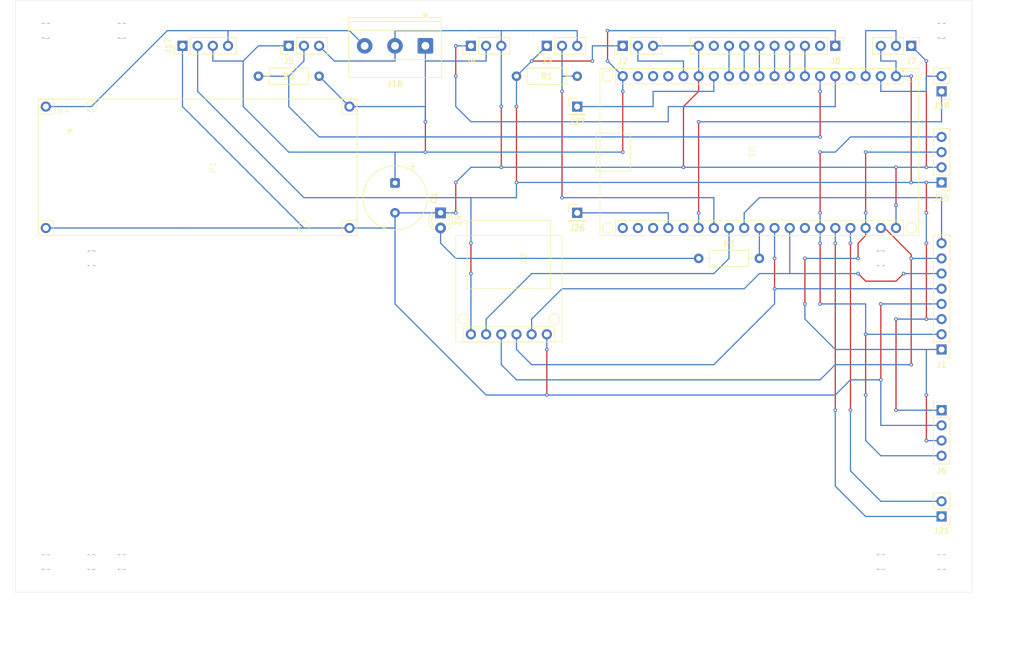
<source format=kicad_pcb>
(kicad_pcb (version 20241229) (generator "pcbnew") (generator_version "9.0")
  (title_block (title "Biodom Mini – Ein Hightech-Gewächshaus") (date "2025-10-17") (rev "1.0.0") (company "Frank Rohlfing"))
  (layers (0 "F.Cu" signal) (2 "B.Cu" signal) (13 "F.Paste" user) (15 "B.Paste" user) (5 "F.SilkS" user "F.Silkscreen") (7 "B.SilkS" user "B.Silkscreen") (1 "F.Mask" user) (3 "B.Mask" user) (25 "Edge.Cuts" user))
  (net 0 "")
  (net 1 "/G0")
  (net 2 "/G1")
  (net 4 "+5V")
  (net 7 "/EN")
  (net 13 "+12V")
  (net 14 "GND")
  (net 15 "/G36")
  (net 17 "/G3")
  (net 18 "/G17")
  (net 19 "/G23")
  (net 20 "/G22")
  (net 21 "/G18")
  (net 22 "/G21")
  (net 23 "/G19")
  (net 24 "/G25")
  (net 25 "/G14")
  (net 26 "/G32")
  (net 27 "/G27")
  (net 28 "/G33")
  (net 29 "/G26")
  (net 30 "/G4")
  (net 31 "/G34")
  (net 32 "/G35")
  (net 33 "/G16")
  (net 34 "/G13")
  (net 35 "/G5")
  (net 36 "/LED+")
  (net 39 "/G15")
  (net 40 "/G12")
  (net 41 "+3V3")
  (footprint "Resistor_THT:R_Axial_DIN0207_L6.3mm_D2.5mm_P10.16mm_Horizontal" (layer "F.Cu") (at 124.46 60.96 180)
    (property "Reference" "R2" (at 5.08 0 180) (layer "F.SilkS"))
    (property "Value" "10kΩ")
    (pad "1" thru_hole circle (at 0 0 180) (size 1.6 1.6) (drill 0.8) (layers "*.Cu" "*.Mask") (net 4 "+5V"))
    (pad "2" thru_hole circle (at 10.16 0 180) (size 1.6 1.6) (drill 0.8) (layers "*.Cu" "*.Mask") (net 32 "/G35"))
  )
  (footprint "" (layer "F.Cu") (at 218.44 142.24 90)
    (property "Reference" "" (at 0 0 90) (layer "F.SilkS") (effects (font (size 1.27 1.27))))
    (property "Value" "")
    (pad "" np_thru_hole roundrect (at 0 0 90) (size 2.54 1.27) (drill 3.2) (layers "*.Cu" "*.Mask") (roundrect_rratio 0.15))
  )
  (footprint "Connector_PinHeader_2.54mm:PinHeader_1x03_P2.54mm_Vertical" (layer "F.Cu") (at 149.86 55.88 90)
    (property "Reference" "J4" (at -2.54 0 0) (layer "F.SilkS"))
    (property "Value" "Bodenfeuchte")
    (pad "1" thru_hole rect (at 0 0 90) (size 1.7 1.7) (drill 1) (layers "*.Cu" "*.Mask") (net 31 "/G34"))
    (pad "2" thru_hole circle (at 0 2.54 90) (size 1.7 1.7) (drill 1) (layers "*.Cu" "*.Mask") (net 4 "+5V"))
    (pad "3" thru_hole circle (at 0 5.08 90) (size 1.7 1.7) (drill 1) (layers "*.Cu" "*.Mask") (net 14 "GND"))
  )
  (footprint "Connector_PinHeader_2.54mm:PinHeader_1x04_P2.54mm_Vertical" (layer "F.Cu") (at 101.6 55.88 90)
    (property "Reference" "J17" (at 0 -2.38 90) (layer "F.SilkS"))
    (property "Value" "PWR")
    (pad "1" thru_hole rect (at 0 0 90) (size 1.7 1.7) (drill 1) (layers "*.Cu" "*.Mask") (net 14 "GND"))
    (pad "2" thru_hole circle (at 0 2.54 90) (size 1.7 1.7) (drill 1) (layers "*.Cu" "*.Mask") (net 41 "+3V3"))
    (pad "3" thru_hole circle (at 0 5.08 90) (size 1.7 1.7) (drill 1) (layers "*.Cu" "*.Mask") (net 4 "+5V"))
    (pad "4" thru_hole circle (at 0 7.62 90) (size 1.7 1.7) (drill 1) (layers "*.Cu" "*.Mask") (net 13 "+12V"))
  )
  (footprint "Connector_PinHeader_2.54mm:PinHeader_1x02_P2.54mm_Vertical" (layer "F.Cu") (at 228.6 134.62 180)
    (property "Reference" "J21" (at 0 -2.38 0) (layer "F.SilkS"))
    (property "Value" "UART")
    (pad "1" thru_hole rect (at 0 0 180) (size 1.7 1.7) (drill 1) (layers "*.Cu" "*.Mask") (net 17 "/G3"))
    (pad "2" thru_hole circle (at 0 2.54 180) (size 1.7 1.7) (drill 1) (layers "*.Cu" "*.Mask") (net 2 "/G1"))
  )
  (footprint "Connector_PinHeader_2.54mm:PinHeader_1x02_P2.54mm_Vertical" (layer "F.Cu") (at 228.6 63.5 180)
    (property "Reference" "J18" (at 0 -2.38 0) (layer "F.SilkS"))
    (property "Value" "RST")
    (pad "1" thru_hole rect (at 0 0 180) (size 1.7 1.7) (drill 1) (layers "*.Cu" "*.Mask") (net 1 "/G0"))
    (pad "2" thru_hole circle (at 0 2.54 180) (size 1.7 1.7) (drill 1) (layers "*.Cu" "*.Mask") (net 7 "/EN"))
  )
  (footprint "Frank:ESP32_DevKitC_V2_Socket" (layer "F.Cu") (at 198.12 73.66 -90)
    (property "Reference" "U1" (at 0 1.27 270) (layer "F.SilkS") (effects (font (thickness 0.1))))
    (property "Value" "ESP32")
    (pad "1" thru_hole circle (at -12.7 -22.86 270) (size 1.7 1.7) (drill 1) (layers "*.Cu" "*.Mask") (net 41 "+3V3"))
    (pad "2" thru_hole circle (at -12.7 -20.32 270) (size 1.7 1.7) (drill 1) (layers "*.Cu" "*.Mask") (net 7 "/EN"))
    (pad "3" thru_hole circle (at -12.7 -17.78 270) (size 1.7 1.7) (drill 1) (layers "*.Cu" "*.Mask") (net 15 "/G36"))
    (pad "4" thru_hole circle (at -12.7 -15.24 270) (size 1.7 1.7) (drill 1) (layers "*.Cu" "*.Mask"))
    (pad "5" thru_hole circle (at -12.7 -12.7 270) (size 1.7 1.7) (drill 1) (layers "*.Cu" "*.Mask") (net 31 "/G34"))
    (pad "6" thru_hole circle (at -12.7 -10.16 270) (size 1.7 1.7) (drill 1) (layers "*.Cu" "*.Mask") (net 32 "/G35"))
    (pad "7" thru_hole circle (at -12.7 -7.62 270) (size 1.7 1.7) (drill 1) (layers "*.Cu" "*.Mask") (net 26 "/G32"))
    (pad "8" thru_hole circle (at -12.7 -5.08 270) (size 1.7 1.7) (drill 1) (layers "*.Cu" "*.Mask") (net 28 "/G33"))
    (pad "9" thru_hole circle (at -12.7 -2.54 270) (size 1.7 1.7) (drill 1) (layers "*.Cu" "*.Mask") (net 24 "/G25"))
    (pad "10" thru_hole circle (at -12.7 0 270) (size 1.7 1.7) (drill 1) (layers "*.Cu" "*.Mask") (net 29 "/G26"))
    (pad "11" thru_hole circle (at -12.7 2.54 270) (size 1.7 1.7) (drill 1) (layers "*.Cu" "*.Mask") (net 27 "/G27"))
    (pad "12" thru_hole circle (at -12.7 5.08 270) (size 1.7 1.7) (drill 1) (layers "*.Cu" "*.Mask") (net 25 "/G14"))
    (pad "13" thru_hole circle (at -12.7 7.62 270) (size 1.7 1.7) (drill 1) (layers "*.Cu" "*.Mask") (net 40 "/G12"))
    (pad "14" thru_hole circle (at -12.7 10.16 270) (size 1.7 1.7) (drill 1) (layers "*.Cu" "*.Mask") (net 14 "GND"))
    (pad "15" thru_hole circle (at -12.7 12.7 270) (size 1.7 1.7) (drill 1) (layers "*.Cu" "*.Mask") (net 34 "/G13"))
    (pad "16" thru_hole circle (at -12.7 15.24 270) (size 1.7 1.7) (drill 1) (layers "*.Cu" "*.Mask"))
    (pad "17" thru_hole circle (at -12.7 17.78 270) (size 1.7 1.7) (drill 1) (layers "*.Cu" "*.Mask"))
    (pad "18" thru_hole circle (at -12.7 20.32 270) (size 1.7 1.7) (drill 1) (layers "*.Cu" "*.Mask"))
    (pad "19" thru_hole circle (at -12.7 22.86 270) (size 1.7 1.7) (drill 1) (layers "*.Cu" "*.Mask") (net 4 "+5V"))
    (pad "20" thru_hole circle (at 12.7 22.86 270) (size 1.7 1.7) (drill 1) (layers "*.Cu" "*.Mask"))
    (pad "21" thru_hole circle (at 12.7 20.32 270) (size 1.7 1.7) (drill 1) (layers "*.Cu" "*.Mask"))
    (pad "22" thru_hole circle (at 12.7 17.78 270) (size 1.7 1.7) (drill 1) (layers "*.Cu" "*.Mask"))
    (pad "23" thru_hole circle (at 12.7 15.24 270) (size 1.7 1.7) (drill 1) (layers "*.Cu" "*.Mask") (net 39 "/G15"))
    (pad "24" thru_hole circle (at 12.7 12.7 270) (size 1.7 1.7) (drill 1) (layers "*.Cu" "*.Mask"))
    (pad "25" thru_hole circle (at 12.7 10.16 270) (size 1.7 1.7) (drill 1) (layers "*.Cu" "*.Mask") (net 1 "/G0"))
    (pad "26" thru_hole circle (at 12.7 7.62 270) (size 1.7 1.7) (drill 1) (layers "*.Cu" "*.Mask") (net 30 "/G4"))
    (pad "27" thru_hole circle (at 12.7 5.08 270) (size 1.7 1.7) (drill 1) (layers "*.Cu" "*.Mask") (net 33 "/G16"))
    (pad "28" thru_hole circle (at 12.7 2.54 270) (size 1.7 1.7) (drill 1) (layers "*.Cu" "*.Mask") (net 18 "/G17"))
    (pad "29" thru_hole circle (at 12.7 0 270) (size 1.7 1.7) (drill 1) (layers "*.Cu" "*.Mask") (net 35 "/G5"))
    (pad "30" thru_hole circle (at 12.7 -2.54 270) (size 1.7 1.7) (drill 1) (layers "*.Cu" "*.Mask") (net 21 "/G18"))
    (pad "31" thru_hole circle (at 12.7 -5.08 270) (size 1.7 1.7) (drill 1) (layers "*.Cu" "*.Mask") (net 23 "/G19"))
    (pad "32" thru_hole circle (at 12.7 -7.62 270) (size 1.7 1.7) (drill 1) (layers "*.Cu" "*.Mask"))
    (pad "33" thru_hole circle (at 12.7 -10.16 270) (size 1.7 1.7) (drill 1) (layers "*.Cu" "*.Mask") (net 22 "/G21"))
    (pad "34" thru_hole circle (at 12.7 -12.7 270) (size 1.7 1.7) (drill 1) (layers "*.Cu" "*.Mask") (net 17 "/G3"))
    (pad "35" thru_hole circle (at 12.7 -15.24 270) (size 1.7 1.7) (drill 1) (layers "*.Cu" "*.Mask") (net 2 "/G1"))
    (pad "36" thru_hole circle (at 12.7 -17.78 270) (size 1.7 1.7) (drill 1) (layers "*.Cu" "*.Mask") (net 20 "/G22"))
    (pad "37" thru_hole circle (at 12.7 -20.32 270) (size 1.7 1.7) (drill 1) (layers "*.Cu" "*.Mask") (net 19 "/G23"))
    (pad "38" thru_hole circle (at 12.7 -22.86 270) (size 1.7 1.7) (drill 1) (layers "*.Cu" "*.Mask") (net 14 "GND"))
  )
  (footprint "Capacitor_THT:CP_Radial_Tantal_D10.5mm_P5.00mm" (layer "F.Cu") (at 137.16 78.82 -90)
    (property "Reference" "C1" (at 2.5 -6.5 90) (layer "F.SilkS"))
    (property "Value" "470µF")
    (pad "1" thru_hole roundrect (at 0 0 270) (size 1.6 1.6) (drill 0.8) (layers "*.Cu" "*.Mask") (roundrect_rratio 0.15625) (net 4 "+5V"))
    (pad "2" thru_hole circle (at 5 0 270) (size 1.6 1.6) (drill 0.8) (layers "*.Cu" "*.Mask") (net 14 "GND"))
  )
  (footprint "" (layer "F.Cu") (at 86.36 142.24 90)
    (property "Reference" "" (at 0 0 90) (layer "F.SilkS") (effects (font (size 1.27 1.27))))
    (property "Value" "")
    (pad "" np_thru_hole roundrect (at 0 0 90) (size 2.54 1.27) (drill 3.2) (layers "*.Cu" "*.Mask") (roundrect_rratio 0.15))
  )
  (footprint "Resistor_THT:R_Axial_DIN0207_L6.3mm_D2.5mm_P10.16mm_Horizontal" (layer "F.Cu") (at 187.96 91.44)
    (property "Reference" "R3" (at 5.08 -2.37 0) (layer "F.SilkS"))
    (property "Value" "330Ω")
    (pad "1" thru_hole circle (at 0 0) (size 1.6 1.6) (drill 0.8) (layers "*.Cu" "*.Mask") (net 36 "/LED+"))
    (pad "2" thru_hole circle (at 10.16 0) (size 1.6 1.6) (drill 0.8) (layers "*.Cu" "*.Mask") (net 35 "/G5"))
  )
  (footprint "" (layer "F.Cu") (at 218.44 91.44 90)
    (property "Reference" "" (at 0 0 90) (layer "F.SilkS") (effects (font (size 1.27 1.27))))
    (property "Value" "")
    (pad "" np_thru_hole roundrect (at 0 0 90) (size 2.54 1.27) (drill 3.2) (layers "*.Cu" "*.Mask") (roundrect_rratio 0.15))
  )
  (footprint "" (layer "F.Cu") (at 91.44 142.24)
    (property "Reference" "" (at 0 0 0) (layer "F.SilkS") (effects (font (size 1.27 1.27))))
    (property "Value" "")
    (pad "" np_thru_hole roundrect (at 0 0 90) (size 2.54 1.27) (drill 3.2) (layers "*.Cu" "*.Mask") (roundrect_rratio 0.15))
  )
  (footprint "Connector_PinHeader_2.54mm:PinHeader_1x01_P2.54mm_Vertical" (layer "F.Cu") (at 167.64 66.04)
    (property "Reference" "J27" (at 0 2.54 0) (layer "F.SilkS"))
    (property "Value" "TDI")
    (pad "1" thru_hole rect (at 0 0) (size 1.7 1.7) (drill 1) (layers "*.Cu" "*.Mask") (net 40 "/G12"))
  )
  (footprint "Connector_PinHeader_2.54mm:PinHeader_1x04_P2.54mm_Vertical" (layer "F.Cu") (at 228.6 116.84)
    (property "Reference" "J6" (at 0 10.16 0) (layer "F.SilkS"))
    (property "Value" "Lichtstärke")
    (pad "1" thru_hole rect (at 0 0) (size 1.7 1.7) (drill 1) (layers "*.Cu" "*.Mask") (net 41 "+3V3"))
    (pad "2" thru_hole circle (at 0 2.54) (size 1.7 1.7) (drill 1) (layers "*.Cu" "*.Mask") (net 14 "GND"))
    (pad "3" thru_hole circle (at 0 5.08) (size 1.7 1.7) (drill 1) (layers "*.Cu" "*.Mask") (net 20 "/G22"))
    (pad "4" thru_hole circle (at 0 7.62) (size 1.7 1.7) (drill 1) (layers "*.Cu" "*.Mask") (net 22 "/G21"))
  )
  (footprint "TerminalBlock_Phoenix:TerminalBlock_Phoenix_MKDS-1,5-3-5.08_1x03_P5.08mm_Horizontal" (layer "F.Cu") (at 142.24 55.88 180)
    (property "Reference" "J16" (at 5.08 -6.32 180) (layer "F.SilkS"))
    (property "Value" "DC")
    (pad "1" thru_hole roundrect (at 0 0 180) (size 2.6 2.6) (drill 1.3) (layers "*.Cu" "*.Mask") (roundrect_rratio 0.096154) (net 4 "+5V"))
    (pad "2" thru_hole circle (at 5.08 0 180) (size 2.6 2.6) (drill 1.3) (layers "*.Cu" "*.Mask") (net 14 "GND"))
    (pad "3" thru_hole circle (at 10.16 0 180) (size 2.6 2.6) (drill 1.3) (layers "*.Cu" "*.Mask") (net 13 "+12V"))
  )
  (footprint "Frank:Mounting_Hole_M3" (layer "F.Cu") (at 78.74 53.34 90)
    (property "Reference" "REF**" (hide yes))
    (property "Value" "Mounting_Hole_M3" (hide yes))
    (pad "" np_thru_hole roundrect (at 0 0 90) (size 2.54 1.27) (drill 3.2) (layers "*.Cu" "*.Mask") (roundrect_rratio 0.15))
  )
  (footprint "Connector_PinHeader_2.54mm:PinHeader_1x08_P2.54mm_Vertical" (layer "F.Cu") (at 228.6 106.68 180)
    (property "Reference" "J1" (at 0 -2.54 0) (layer "F.SilkS"))
    (property "Value" "Kamera")
    (pad "1" thru_hole rect (at 0 0 180) (size 1.7 1.7) (drill 1) (layers "*.Cu" "*.Mask") (net 20 "/G22"))
    (pad "2" thru_hole circle (at 0 2.54 180) (size 1.7 1.7) (drill 1) (layers "*.Cu" "*.Mask") (net 22 "/G21"))
    (pad "3" thru_hole circle (at 0 5.08 180) (size 1.7 1.7) (drill 1) (layers "*.Cu" "*.Mask") (net 41 "+3V3"))
    (pad "4" thru_hole circle (at 0 7.62 180) (size 1.7 1.7) (drill 1) (layers "*.Cu" "*.Mask") (net 14 "GND"))
    (pad "5" thru_hole circle (at 0 10.16 180) (size 1.7 1.7) (drill 1) (layers "*.Cu" "*.Mask") (net 21 "/G18"))
    (pad "6" thru_hole circle (at 0 12.7 180) (size 1.7 1.7) (drill 1) (layers "*.Cu" "*.Mask") (net 23 "/G19"))
    (pad "7" thru_hole circle (at 0 15.24 180) (size 1.7 1.7) (drill 1) (layers "*.Cu" "*.Mask") (net 19 "/G23"))
    (pad "8" thru_hole circle (at 0 17.78 180) (size 1.7 1.7) (drill 1) (layers "*.Cu" "*.Mask") (net 18 "/G17"))
  )
  (footprint "" (layer "F.Cu") (at 228.6 53.34 90)
    (property "Reference" "" (at 0 0 90) (layer "F.SilkS") (effects (font (size 1.27 1.27))))
    (property "Value" "")
    (pad "" np_thru_hole roundrect (at 0 0 90) (size 2.54 1.27) (drill 3.2) (layers "*.Cu" "*.Mask") (roundrect_rratio 0.15))
  )
  (footprint "Connector_PinHeader_2.54mm:PinHeader_1x03_P2.54mm_Vertical" (layer "F.Cu") (at 175.26 55.88 90)
    (property "Reference" "J2" (at -2.54 0 0) (layer "F.SilkS"))
    (property "Value" "Luft")
    (pad "1" thru_hole rect (at 0 0 90) (size 1.7 1.7) (drill 1) (layers "*.Cu" "*.Mask") (net 41 "+3V3"))
    (pad "2" thru_hole circle (at 0 2.54 90) (size 1.7 1.7) (drill 1) (layers "*.Cu" "*.Mask") (net 34 "/G13"))
    (pad "3" thru_hole circle (at 0 5.08 90) (size 1.7 1.7) (drill 1) (layers "*.Cu" "*.Mask") (net 14 "GND"))
  )
  (footprint "LED_THT:LED_D3.0mm" (layer "F.Cu") (at 144.78 83.82 -90)
    (property "Reference" "Z4" (at 1.27 -2.96 90) (layer "F.SilkS"))
    (property "Value" "LED")
    (pad "1" thru_hole rect (at 0 0 270) (size 1.8 1.8) (drill 0.9) (layers "*.Cu" "*.Mask") (net 14 "GND"))
    (pad "2" thru_hole circle (at 2.54 0 270) (size 1.8 1.8) (drill 0.9) (layers "*.Cu" "*.Mask") (net 36 "/LED+"))
  )
  (footprint "Connector_PinHeader_2.54mm:PinHeader_1x01_P2.54mm_Vertical" (layer "F.Cu") (at 167.64 83.82)
    (property "Reference" "J26" (at 0 2.54 0) (layer "F.SilkS"))
    (property "Value" "TDO")
    (pad "1" thru_hole rect (at 0 0) (size 1.7 1.7) (drill 1) (layers "*.Cu" "*.Mask") (net 39 "/G15"))
  )
  (footprint "Frank:Mounting_Hole_M3" (layer "F.Cu") (at 78.74 142.24 90)
    (property "Reference" "REF**" (hide yes))
    (property "Value" "Mounting_Hole_M3" (hide yes))
    (pad "" np_thru_hole roundrect (at 0 0 90) (size 2.54 1.27) (drill 3.2) (layers "*.Cu" "*.Mask") (roundrect_rratio 0.15))
  )
  (footprint "Connector_PinHeader_2.54mm:PinHeader_1x04_P2.54mm_Vertical" (layer "F.Cu") (at 228.6 78.74 180)
    (property "Reference" "J15" (at 0 -2.54 0) (layer "F.SilkS"))
    (property "Value" "Display")
    (pad "1" thru_hole rect (at 0 0 180) (size 1.7 1.7) (drill 1) (layers "*.Cu" "*.Mask") (net 41 "+3V3"))
    (pad "2" thru_hole circle (at 0 2.54 180) (size 1.7 1.7) (drill 1) (layers "*.Cu" "*.Mask") (net 14 "GND"))
    (pad "3" thru_hole circle (at 0 5.08 180) (size 1.7 1.7) (drill 1) (layers "*.Cu" "*.Mask") (net 20 "/G22"))
    (pad "4" thru_hole circle (at 0 7.62 180) (size 1.7 1.7) (drill 1) (layers "*.Cu" "*.Mask") (net 22 "/G21"))
  )
  (footprint "Connector_PinHeader_2.54mm:PinHeader_1x03_P2.54mm_Vertical" (layer "F.Cu") (at 223.52 55.88 -90)
    (property "Reference" "J7" (at 2.54 0 0) (layer "F.SilkS"))
    (property "Value" "Reserve S6")
    (pad "1" thru_hole rect (at 0 0 270) (size 1.7 1.7) (drill 1) (layers "*.Cu" "*.Mask") (net 14 "GND"))
    (pad "2" thru_hole circle (at 0 2.54 270) (size 1.7 1.7) (drill 1) (layers "*.Cu" "*.Mask") (net 15 "/G36"))
    (pad "3" thru_hole circle (at 0 5.08 270) (size 1.7 1.7) (drill 1) (layers "*.Cu" "*.Mask") (net 41 "+3V3"))
  )
  (footprint "Frank:XL4015_Module_Socket" (layer "F.Cu") (at 105.41 76.2)
    (property "Reference" "P1" (at 1.27 0 90) (layer "F.SilkS") (effects (font (thickness 0.1))))
    (property "Value" "Spannungsteiler")
    (fp_text user "IN+" (at -25.4 -8.89 0) (layer "F.SilkS") (effects (font (thickness 0.1)) (justify left bottom)))
    (pad "1" thru_hole circle (at -26.67 -10.16) (size 1.7 1.7) (drill 1) (layers "*.Cu" "*.Mask") (net 13 "+12V"))
    (pad "2" thru_hole circle (at -26.67 10.16) (size 1.7 1.7) (drill 1) (layers "*.Cu" "*.Mask") (net 14 "GND"))
    (pad "3" thru_hole circle (at 24.13 -10.16) (size 1.7 1.7) (drill 1) (layers "*.Cu" "*.Mask") (net 4 "+5V"))
    (pad "4" thru_hole circle (at 24.13 10.16) (size 1.7 1.7) (drill 1) (layers "*.Cu" "*.Mask") (net 14 "GND"))
  )
  (footprint "Resistor_THT:R_Axial_DIN0207_L6.3mm_D2.5mm_P10.16mm_Horizontal" (layer "F.Cu") (at 157.48 60.96)
    (property "Reference" "R1" (at 5.08 0 0) (layer "F.SilkS"))
    (property "Value" "4,7kΩ")
    (pad "1" thru_hole circle (at 0 0) (size 1.6 1.6) (drill 0.8) (layers "*.Cu" "*.Mask") (net 41 "+3V3"))
    (pad "2" thru_hole circle (at 10.16 0) (size 1.6 1.6) (drill 0.8) (layers "*.Cu" "*.Mask") (net 30 "/G4"))
  )
  (footprint "" (layer "F.Cu") (at 91.44 53.34 90)
    (property "Reference" "" (at 0 0 90) (layer "F.SilkS") (effects (font (size 1.27 1.27))))
    (property "Value" "")
    (pad "" np_thru_hole roundrect (at 0 0 90) (size 2.54 1.27) (drill 3.2) (layers "*.Cu" "*.Mask") (roundrect_rratio 0.15))
  )
  (footprint "Frank:MicroSD_SPI_Modul_Socket" (layer "F.Cu") (at 157.48 96.52 -90)
    (property "Reference" "Z2" (at -5.08 -1.27 90) (layer "F.SilkS") (effects (font (thickness 0.1))))
    (property "Value" "SD-Karte")
    (pad "1" thru_hole circle (at 7.62 7.62 270) (size 1.7 1.7) (drill 1) (layers "*.Cu" "*.Mask") (net 41 "+3V3"))
    (pad "2" thru_hole circle (at 7.62 5.08 270) (size 1.7 1.7) (drill 1) (layers "*.Cu" "*.Mask") (net 33 "/G16"))
    (pad "3" thru_hole circle (at 7.62 2.54 270) (size 1.7 1.7) (drill 1) (layers "*.Cu" "*.Mask") (net 19 "/G23"))
    (pad "4" thru_hole circle (at 7.62 0 270) (size 1.7 1.7) (drill 1) (layers "*.Cu" "*.Mask") (net 21 "/G18"))
    (pad "5" thru_hole circle (at 7.62 -2.54 270) (size 1.7 1.7) (drill 1) (layers "*.Cu" "*.Mask") (net 23 "/G19"))
    (pad "6" thru_hole circle (at 7.62 -5.08 270) (size 1.7 1.7) (drill 1) (layers "*.Cu" "*.Mask") (net 14 "GND"))
  )
  (footprint "" (layer "F.Cu") (at 86.36 91.44 90)
    (property "Reference" "" (at 0 0 90) (layer "F.SilkS") (effects (font (size 1.27 1.27))))
    (property "Value" "")
    (pad "" np_thru_hole roundrect (at 0 0 90) (size 2.54 1.27) (drill 3.2) (layers "*.Cu" "*.Mask") (roundrect_rratio 0.15))
  )
  (footprint "Connector_PinHeader_2.54mm:PinHeader_1x03_P2.54mm_Vertical" (layer "F.Cu") (at 162.56 55.88 90)
    (property "Reference" "J3" (at -2.54 0 0) (layer "F.SilkS"))
    (property "Value" "Bodentemperatur")
    (pad "1" thru_hole rect (at 0 0 90) (size 1.7 1.7) (drill 1) (layers "*.Cu" "*.Mask") (net 41 "+3V3"))
    (pad "2" thru_hole circle (at 0 2.54 90) (size 1.7 1.7) (drill 1) (layers "*.Cu" "*.Mask") (net 30 "/G4"))
    (pad "3" thru_hole circle (at 0 5.08 90) (size 1.7 1.7) (drill 1) (layers "*.Cu" "*.Mask") (net 14 "GND"))
  )
  (footprint "Connector_PinHeader_2.54mm:PinHeader_1x03_P2.54mm_Vertical" (layer "F.Cu") (at 119.38 55.88 90)
    (property "Reference" "J5" (at -2.54 0 0) (layer "F.SilkS"))
    (property "Value" "Wasserstand")
    (pad "1" thru_hole rect (at 0 0 90) (size 1.7 1.7) (drill 1) (layers "*.Cu" "*.Mask") (net 4 "+5V"))
    (pad "2" thru_hole circle (at 0 2.54 90) (size 1.7 1.7) (drill 1) (layers "*.Cu" "*.Mask") (net 32 "/G35"))
    (pad "3" thru_hole circle (at 0 5.08 90) (size 1.7 1.7) (drill 1) (layers "*.Cu" "*.Mask") (net 14 "GND"))
  )
  (footprint "" (layer "F.Cu") (at 228.6 142.24 90)
    (property "Reference" "" (hide yes))
    (property "Value" "" (hide yes))
    (pad "" np_thru_hole roundrect (at 0 0 90) (size 2.54 1.27) (drill 3.2) (layers "*.Cu" "*.Mask") (roundrect_rratio 0.15))
  )
  (footprint "Connector_PinHeader_2.54mm:PinHeader_1x10_P2.54mm_Vertical" (layer "F.Cu") (at 210.82 55.88 -90)
    (property "Reference" "J8" (at 2.54 0 0) (layer "F.SilkS"))
    (property "Value" "Relais")
    (pad "1" thru_hole rect (at 0 0 270) (size 1.7 1.7) (drill 1) (layers "*.Cu" "*.Mask") (net 4 "+5V"))
    (pad "2" thru_hole circle (at 0 2.54 270) (size 1.7 1.7) (drill 1) (layers "*.Cu" "*.Mask"))
    (pad "3" thru_hole circle (at 0 5.08 270) (size 1.7 1.7) (drill 1) (layers "*.Cu" "*.Mask") (net 26 "/G32"))
    (pad "4" thru_hole circle (at 0 7.62 270) (size 1.7 1.7) (drill 1) (layers "*.Cu" "*.Mask") (net 28 "/G33"))
    (pad "5" thru_hole circle (at 0 10.16 270) (size 1.7 1.7) (drill 1) (layers "*.Cu" "*.Mask") (net 24 "/G25"))
    (pad "6" thru_hole circle (at 0 12.7 270) (size 1.7 1.7) (drill 1) (layers "*.Cu" "*.Mask") (net 29 "/G26"))
    (pad "7" thru_hole circle (at 0 15.24 270) (size 1.7 1.7) (drill 1) (layers "*.Cu" "*.Mask") (net 27 "/G27"))
    (pad "8" thru_hole circle (at 0 17.78 270) (size 1.7 1.7) (drill 1) (layers "*.Cu" "*.Mask") (net 25 "/G14"))
    (pad "9" thru_hole circle (at 0 20.32 270) (size 1.7 1.7) (drill 1) (layers "*.Cu" "*.Mask"))
    (pad "10" thru_hole circle (at 0 22.86 270) (size 1.7 1.7) (drill 1) (layers "*.Cu" "*.Mask") (net 14 "GND"))
  )
  (gr_rect (start 73.66 48.26) (end 233.68 147.32) (stroke (width 0.05)) (fill no) (layer "Edge.Cuts"))
  (segment (start 187.96 83.82) (end 187.96 68.58) (width 0.2) (layer "F.Cu") (net 1))
  (via (at 187.96 83.82) (size 0.6) (drill 0.3) (layers "F.Cu" "B.Cu") (net 1))
  (via (at 187.96 68.58) (size 0.6) (drill 0.3) (layers "F.Cu" "B.Cu") (net 1))
  (segment (start 228.6 63.5) (end 228.6 68.58) (width 0.2) (layer "B.Cu") (net 1))
  (segment (start 228.6 68.58) (end 187.96 68.58) (width 0.2) (layer "B.Cu") (net 1))
  (segment (start 187.96 83.82) (end 187.96 86.36) (width 0.2) (layer "B.Cu") (net 1))
  (segment (start 213.36 88.9) (end 213.36 116.84) (width 0.2) (layer "F.Cu") (net 2))
  (via (at 213.36 116.84) (size 0.6) (drill 0.3) (layers "F.Cu" "B.Cu") (net 2))
  (via (at 213.36 88.9) (size 0.6) (drill 0.3) (layers "F.Cu" "B.Cu") (net 2))
  (segment (start 213.36 127) (end 213.36 116.84) (width 0.2) (layer "B.Cu") (net 2))
  (segment (start 218.44 132.08) (end 213.36 127) (width 0.2) (layer "B.Cu") (net 2))
  (segment (start 228.6 132.08) (end 218.44 132.08) (width 0.2) (layer "B.Cu") (net 2))
  (segment (start 213.36 88.9) (end 213.36 86.36) (width 0.2) (layer "B.Cu") (net 2))
  (segment (start 175.26 73.66) (end 175.26 63.5) (width 0.2) (layer "F.Cu") (net 4))
  (segment (start 142.24 68.58) (end 142.24 73.66) (width 0.2) (layer "F.Cu") (net 4))
  (segment (start 172.72 53.34) (end 172.72 58.42) (width 0.2) (layer "F.Cu") (net 4))
  (via (at 142.24 73.66) (size 0.6) (drill 0.3) (layers "F.Cu" "B.Cu") (net 4))
  (via (at 172.72 53.34) (size 0.6) (drill 0.3) (layers "F.Cu" "B.Cu") (net 4))
  (via (at 175.26 63.5) (size 0.6) (drill 0.3) (layers "F.Cu" "B.Cu") (net 4))
  (via (at 175.26 73.66) (size 0.6) (drill 0.3) (layers "F.Cu" "B.Cu") (net 4))
  (via (at 172.72 58.42) (size 0.6) (drill 0.3) (layers "F.Cu" "B.Cu") (net 4))
  (via (at 142.24 68.58) (size 0.6) (drill 0.3) (layers "F.Cu" "B.Cu") (net 4))
  (segment (start 142.24 73.66) (end 175.26 73.66) (width 0.2) (layer "B.Cu") (net 4))
  (segment (start 172.72 53.34) (end 210.82 53.34) (width 0.2) (layer "B.Cu") (net 4))
  (segment (start 175.26 60.96) (end 172.72 58.42) (width 0.2) (layer "B.Cu") (net 4))
  (segment (start 152.4 58.42) (end 142.24 58.42) (width 0.2) (layer "B.Cu") (net 4))
  (segment (start 142.24 68.58) (end 142.24 66.04) (width 0.2) (layer "B.Cu") (net 4))
  (segment (start 152.4 55.88) (end 152.4 58.42) (width 0.2) (layer "B.Cu") (net 4))
  (segment (start 119.38 73.66) (end 111.76 66.04) (width 0.2) (layer "B.Cu") (net 4))
  (segment (start 142.24 58.42) (end 142.24 55.88) (width 0.2) (layer "B.Cu") (net 4))
  (segment (start 111.76 58.42) (end 114.3 55.88) (width 0.2) (layer "B.Cu") (net 4))
  (segment (start 124.46 60.96) (end 129.54 66.04) (width 0.2) (layer "B.Cu") (net 4))
  (segment (start 111.76 66.04) (end 111.76 58.42) (width 0.2) (layer "B.Cu") (net 4))
  (segment (start 142.24 68.58) (end 142.24 58.42) (width 0.2) (layer "B.Cu") (net 4))
  (segment (start 210.82 53.34) (end 210.82 55.88) (width 0.2) (layer "B.Cu") (net 4))
  (segment (start 142.24 73.66) (end 119.38 73.66) (width 0.2) (layer "B.Cu") (net 4))
  (segment (start 137.16 78.82) (end 137.16 73.66) (width 0.2) (layer "B.Cu") (net 4))
  (segment (start 106.68 55.88) (end 106.68 58.42) (width 0.2) (layer "B.Cu") (net 4))
  (segment (start 142.24 66.04) (end 129.54 66.04) (width 0.2) (layer "B.Cu") (net 4))
  (segment (start 114.3 55.88) (end 119.38 55.88) (width 0.2) (layer "B.Cu") (net 4))
  (segment (start 175.26 60.96) (end 175.26 63.5) (width 0.2) (layer "B.Cu") (net 4))
  (segment (start 106.68 58.42) (end 111.76 58.42) (width 0.2) (layer "B.Cu") (net 4))
  (segment (start 218.44 60.96) (end 218.44 63.5) (width 0.2) (layer "B.Cu") (net 7))
  (segment (start 218.44 63.5) (end 226.06 63.5) (width 0.2) (layer "B.Cu") (net 7))
  (segment (start 228.6 60.96) (end 226.06 60.96) (width 0.2) (layer "B.Cu") (net 7))
  (segment (start 226.06 60.96) (end 226.06 63.5) (width 0.2) (layer "B.Cu") (net 7))
  (segment (start 109.22 55.88) (end 109.22 53.34) (width 0.2) (layer "B.Cu") (net 13))
  (segment (start 99.06 53.34) (end 86.36 66.04) (width 0.2) (layer "B.Cu") (net 13))
  (segment (start 109.22 53.34) (end 99.06 53.34) (width 0.2) (layer "B.Cu") (net 13))
  (segment (start 132.08 55.88) (end 129.54 53.34) (width 0.2) (layer "B.Cu") (net 13))
  (segment (start 129.54 53.34) (end 109.22 53.34) (width 0.2) (layer "B.Cu") (net 13))
  (segment (start 86.36 66.04) (end 78.74 66.04) (width 0.2) (layer "B.Cu") (net 13))
  (segment (start 218.44 99.06) (end 218.44 111.76) (width 0.2) (layer "F.Cu") (net 14))
  (segment (start 154.94 66.04) (end 154.94 76.2) (width 0.2) (layer "F.Cu") (net 14))
  (segment (start 220.98 82.55) (end 220.98 76.2) (width 0.2) (layer "F.Cu") (net 14))
  (segment (start 162.56 114.3) (end 162.56 106.68) (width 0.2) (layer "F.Cu") (net 14))
  (segment (start 185.42 66.04) (end 187.96 63.5) (width 0.2) (layer "F.Cu") (net 14))
  (segment (start 147.32 78.74) (end 147.32 83.82) (width 0.2) (layer "F.Cu") (net 14))
  (segment (start 226.06 58.42) (end 226.06 76.2) (width 0.2) (layer "F.Cu") (net 14))
  (segment (start 185.42 76.2) (end 185.42 66.04) (width 0.2) (layer "F.Cu") (net 14))
  (segment (start 187.96 63.5) (end 187.96 60.96) (width 0.2) (layer "F.Cu") (net 14))
  (via (at 218.44 99.06) (size 0.6) (drill 0.3) (layers "F.Cu" "B.Cu") (net 14))
  (via (at 154.94 76.2) (size 0.6) (drill 0.3) (layers "F.Cu" "B.Cu") (net 14))
  (via (at 162.56 114.3) (size 0.6) (drill 0.3) (layers "F.Cu" "B.Cu") (net 14))
  (via (at 226.06 58.42) (size 0.6) (drill 0.3) (layers "F.Cu" "B.Cu") (net 14))
  (via (at 154.94 66.04) (size 0.6) (drill 0.3) (layers "F.Cu" "B.Cu") (net 14))
  (via (at 162.56 106.68) (size 0.6) (drill 0.3) (layers "F.Cu" "B.Cu") (net 14))
  (via (at 147.32 78.74) (size 0.6) (drill 0.3) (layers "F.Cu" "B.Cu") (net 14))
  (via (at 147.32 83.82) (size 0.6) (drill 0.3) (layers "F.Cu" "B.Cu") (net 14))
  (via (at 218.44 111.76) (size 0.6) (drill 0.3) (layers "F.Cu" "B.Cu") (net 14))
  (via (at 220.98 76.2) (size 0.6) (drill 0.3) (layers "F.Cu" "B.Cu") (net 14))
  (via (at 220.98 82.55) (size 0.6) (drill 0.3) (layers "F.Cu" "B.Cu") (net 14))
  (via (at 185.42 76.2) (size 0.6) (drill 0.3) (layers "F.Cu" "B.Cu") (net 14))
  (via (at 226.06 76.2) (size 0.6) (drill 0.3) (layers "F.Cu" "B.Cu") (net 14))
  (segment (start 218.44 99.06) (end 228.6 99.06) (width 0.2) (layer "B.Cu") (net 14))
  (segment (start 162.56 106.68) (end 162.56 104.14) (width 0.2) (layer "B.Cu") (net 14))
  (segment (start 220.98 86.36) (end 220.98 82.55) (width 0.2) (layer "B.Cu") (net 14))
  (segment (start 101.6 55.88) (end 101.6 66.04) (width 0.2) (layer "B.Cu") (net 14))
  (segment (start 137.16 58.42) (end 137.16 55.88) (width 0.2) (layer "B.Cu") (net 14))
  (segment (start 167.64 53.34) (end 167.64 55.88) (width 0.2) (layer "B.Cu") (net 14))
  (segment (start 137.16 55.88) (end 137.16 53.34) (width 0.2) (layer "B.Cu") (net 14))
  (segment (start 180.34 55.88) (end 187.96 55.88) (width 0.2) (layer "B.Cu") (net 14))
  (segment (start 137.16 99.06) (end 137.16 96.52) (width 0.2) (layer "B.Cu") (net 14))
  (segment (start 154.94 55.88) (end 154.94 66.04) (width 0.2) (layer "B.Cu") (net 14))
  (segment (start 162.56 114.3) (end 152.4 114.3) (width 0.2) (layer "B.Cu") (net 14))
  (segment (start 101.6 66.04) (end 121.92 86.36) (width 0.2) (layer "B.Cu") (net 14))
  (segment (start 129.54 86.36) (end 137.16 86.36) (width 0.2) (layer "B.Cu") (net 14))
  (segment (start 162.56 114.3) (end 210.82 114.3) (width 0.2) (layer "B.Cu") (net 14))
  (segment (start 187.96 55.88) (end 187.96 60.96) (width 0.2) (layer "B.Cu") (net 14))
  (segment (start 226.06 76.2) (end 228.6 76.2) (width 0.2) (layer "B.Cu") (net 14))
  (segment (start 137.16 83.82) (end 137.16 86.36) (width 0.2) (layer "B.Cu") (net 14))
  (segment (start 127 58.42) (end 137.16 58.42) (width 0.2) (layer "B.Cu") (net 14))
  (segment (start 154.94 55.88) (end 154.94 53.34) (width 0.2) (layer "B.Cu") (net 14))
  (segment (start 154.94 53.34) (end 167.64 53.34) (width 0.2) (layer "B.Cu") (net 14))
  (segment (start 137.16 53.34) (end 149.86 53.34) (width 0.2) (layer "B.Cu") (net 14))
  (segment (start 218.44 119.38) (end 218.44 111.76) (width 0.2) (layer "B.Cu") (net 14))
  (segment (start 210.82 114.3) (end 213.36 111.76) (width 0.2) (layer "B.Cu") (net 14))
  (segment (start 152.4 114.3) (end 137.16 99.06) (width 0.2) (layer "B.Cu") (net 14))
  (segment (start 101.6 86.36) (end 129.54 86.36) (width 0.2) (layer "B.Cu") (net 14))
  (segment (start 228.6 119.38) (end 218.44 119.38) (width 0.2) (layer "B.Cu") (net 14))
  (segment (start 149.86 76.2) (end 154.94 76.2) (width 0.2) (layer "B.Cu") (net 14))
  (segment (start 226.06 58.42) (end 223.52 55.88) (width 0.2) (layer "B.Cu") (net 14))
  (segment (start 144.78 83.82) (end 147.32 83.82) (width 0.2) (layer "B.Cu") (net 14))
  (segment (start 78.74 86.36) (end 101.6 86.36) (width 0.2) (layer "B.Cu") (net 14))
  (segment (start 124.46 55.88) (end 127 58.42) (width 0.2) (layer "B.Cu") (net 14))
  (segment (start 147.32 78.74) (end 149.86 76.2) (width 0.2) (layer "B.Cu") (net 14))
  (segment (start 213.36 111.76) (end 218.44 111.76) (width 0.2) (layer "B.Cu") (net 14))
  (segment (start 154.94 76.2) (end 220.98 76.2) (width 0.2) (layer "B.Cu") (net 14))
  (segment (start 137.16 96.52) (end 137.16 86.36) (width 0.2) (layer "B.Cu") (net 14))
  (segment (start 144.78 83.82) (end 137.16 83.82) (width 0.2) (layer "B.Cu") (net 14))
  (segment (start 149.86 53.34) (end 154.94 53.34) (width 0.2) (layer "B.Cu") (net 14))
  (segment (start 226.06 76.2) (end 220.98 76.2) (width 0.2) (layer "B.Cu") (net 14))
  (segment (start 220.98 55.88) (end 220.98 53.34) (width 0.2) (layer "B.Cu") (net 15))
  (segment (start 215.9 60.96) (end 215.9 53.34) (width 0.2) (layer "B.Cu") (net 15))
  (segment (start 220.98 53.34) (end 215.9 53.34) (width 0.2) (layer "B.Cu") (net 15))
  (segment (start 210.82 88.9) (end 210.82 116.84) (width 0.2) (layer "F.Cu") (net 17))
  (via (at 210.82 88.9) (size 0.6) (drill 0.3) (layers "F.Cu" "B.Cu") (net 17))
  (via (at 210.82 116.84) (size 0.6) (drill 0.3) (layers "F.Cu" "B.Cu") (net 17))
  (segment (start 215.9 134.62) (end 228.6 134.62) (width 0.2) (layer "B.Cu") (net 17))
  (segment (start 210.82 86.36) (end 210.82 88.9) (width 0.2) (layer "B.Cu") (net 17))
  (segment (start 215.9 134.62) (end 210.82 129.54) (width 0.2) (layer "B.Cu") (net 17))
  (segment (start 210.82 129.54) (end 210.82 116.84) (width 0.2) (layer "B.Cu") (net 17))
  (segment (start 228.6 88.9) (end 228.6 81.28) (width 0.2) (layer "B.Cu") (net 18))
  (segment (start 195.58 83.82) (end 195.58 86.36) (width 0.2) (layer "B.Cu") (net 18))
  (segment (start 228.6 81.28) (end 198.12 81.28) (width 0.2) (layer "B.Cu") (net 18))
  (segment (start 198.12 81.28) (end 195.58 83.82) (width 0.2) (layer "B.Cu") (net 18))
  (segment (start 223.52 90.805) (end 223.52 91.44) (width 0.2) (layer "F.Cu") (net 19))
  (segment (start 218.44 86.36) (end 219.075 86.36) (width 0.2) (layer "F.Cu") (net 19))
  (segment (start 219.075 86.36) (end 223.52 90.805) (width 0.2) (layer "F.Cu") (net 19))
  (segment (start 223.52 109.22) (end 223.52 91.44) (width 0.2) (layer "F.Cu") (net 19))
  (via (at 223.52 91.44) (size 0.6) (drill 0.3) (layers "F.Cu" "B.Cu") (net 19))
  (via (at 223.52 109.22) (size 0.6) (drill 0.3) (layers "F.Cu" "B.Cu") (net 19))
  (segment (start 154.94 109.22) (end 154.94 104.14) (width 0.2) (layer "B.Cu") (net 19))
  (segment (start 223.52 109.22) (end 210.82 109.22) (width 0.2) (layer "B.Cu") (net 19))
  (segment (start 157.48 111.76) (end 154.94 109.22) (width 0.2) (layer "B.Cu") (net 19))
  (segment (start 223.52 91.44) (end 228.6 91.44) (width 0.2) (layer "B.Cu") (net 19))
  (segment (start 208.28 111.76) (end 157.48 111.76) (width 0.2) (layer "B.Cu") (net 19))
  (segment (start 210.82 109.22) (end 208.28 111.76) (width 0.2) (layer "B.Cu") (net 19))
  (segment (start 214.63 88.9) (end 215.9 87.63) (width 0.2) (layer "F.Cu") (net 20))
  (segment (start 215.9 87.63) (end 215.9 86.36) (width 0.2) (layer "F.Cu") (net 20))
  (segment (start 215.9 83.82) (end 215.9 73.66) (width 0.2) (layer "F.Cu") (net 20))
  (segment (start 226.06 114.3) (end 226.06 121.92) (width 0.2) (layer "F.Cu") (net 20))
  (segment (start 205.74 99.06) (end 205.74 91.44) (width 0.2) (layer "F.Cu") (net 20))
  (segment (start 214.63 91.44) (end 214.63 88.9) (width 0.2) (layer "F.Cu") (net 20))
  (via (at 226.06 114.3) (size 0.6) (drill 0.3) (layers "F.Cu" "B.Cu") (net 20))
  (via (at 214.63 91.44) (size 0.6) (drill 0.3) (layers "F.Cu" "B.Cu") (net 20))
  (via (at 205.74 99.06) (size 0.6) (drill 0.3) (layers "F.Cu" "B.Cu") (net 20))
  (via (at 215.9 73.66) (size 0.6) (drill 0.3) (layers "F.Cu" "B.Cu") (net 20))
  (via (at 205.74 91.44) (size 0.6) (drill 0.3) (layers "F.Cu" "B.Cu") (net 20))
  (via (at 226.06 121.92) (size 0.6) (drill 0.3) (layers "F.Cu" "B.Cu") (net 20))
  (via (at 215.9 83.82) (size 0.6) (drill 0.3) (layers "F.Cu" "B.Cu") (net 20))
  (segment (start 215.9 86.36) (end 215.9 83.82) (width 0.2) (layer "B.Cu") (net 20))
  (segment (start 228.6 121.92) (end 226.06 121.92) (width 0.2) (layer "B.Cu") (net 20))
  (segment (start 205.74 91.44) (end 214.63 91.44) (width 0.2) (layer "B.Cu") (net 20))
  (segment (start 210.82 106.68) (end 226.06 106.68) (width 0.2) (layer "B.Cu") (net 20))
  (segment (start 205.74 99.06) (end 205.74 101.6) (width 0.2) (layer "B.Cu") (net 20))
  (segment (start 205.74 101.6) (end 210.82 106.68) (width 0.2) (layer "B.Cu") (net 20))
  (segment (start 215.9 73.66) (end 228.6 73.66) (width 0.2) (layer "B.Cu") (net 20))
  (segment (start 226.06 106.68) (end 228.6 106.68) (width 0.2) (layer "B.Cu") (net 20))
  (segment (start 226.06 114.3) (end 226.06 106.68) (width 0.2) (layer "B.Cu") (net 20))
  (segment (start 200.66 96.52) (end 200.66 91.44) (width 0.2) (layer "F.Cu") (net 21))
  (via (at 200.66 96.52) (size 0.6) (drill 0.3) (layers "F.Cu" "B.Cu") (net 21))
  (via (at 200.66 91.44) (size 0.6) (drill 0.3) (layers "F.Cu" "B.Cu") (net 21))
  (segment (start 157.48 104.14) (end 157.48 106.68) (width 0.2) (layer "B.Cu") (net 21))
  (segment (start 200.66 99.06) (end 200.66 96.52) (width 0.2) (layer "B.Cu") (net 21))
  (segment (start 228.6 96.52) (end 200.66 96.52) (width 0.2) (layer "B.Cu") (net 21))
  (segment (start 200.66 91.44) (end 200.66 86.36) (width 0.2) (layer "B.Cu") (net 21))
  (segment (start 190.5 109.22) (end 200.66 99.06) (width 0.2) (layer "B.Cu") (net 21))
  (segment (start 160.02 109.22) (end 190.5 109.22) (width 0.2) (layer "B.Cu") (net 21))
  (segment (start 200.66 96.52) (end 200.66 96.23857) (width 0.2) (layer "B.Cu") (net 21))
  (segment (start 157.48 106.68) (end 160.02 109.22) (width 0.2) (layer "B.Cu") (net 21))
  (segment (start 215.9 114.3) (end 215.9 104.14) (width 0.2) (layer "F.Cu") (net 22))
  (segment (start 208.28 83.82) (end 208.28 73.66) (width 0.2) (layer "F.Cu") (net 22))
  (segment (start 208.28 88.9) (end 208.28 99.06) (width 0.2) (layer "F.Cu") (net 22))
  (via (at 208.28 83.82) (size 0.6) (drill 0.3) (layers "F.Cu" "B.Cu") (net 22))
  (via (at 215.9 104.14) (size 0.6) (drill 0.3) (layers "F.Cu" "B.Cu") (net 22))
  (via (at 208.28 88.9) (size 0.6) (drill 0.3) (layers "F.Cu" "B.Cu") (net 22))
  (via (at 208.28 99.06) (size 0.6) (drill 0.3) (layers "F.Cu" "B.Cu") (net 22))
  (via (at 208.28 73.66) (size 0.6) (drill 0.3) (layers "F.Cu" "B.Cu") (net 22))
  (via (at 215.9 114.3) (size 0.6) (drill 0.3) (layers "F.Cu" "B.Cu") (net 22))
  (segment (start 215.9 99.06) (end 215.9 104.14) (width 0.2) (layer "B.Cu") (net 22))
  (segment (start 215.9 114.3) (end 215.9 121.92) (width 0.2) (layer "B.Cu") (net 22))
  (segment (start 208.28 99.06) (end 215.9 99.06) (width 0.2) (layer "B.Cu") (net 22))
  (segment (start 210.82 73.66) (end 213.36 71.12) (width 0.2) (layer "B.Cu") (net 22))
  (segment (start 218.44 124.46) (end 228.6 124.46) (width 0.2) (layer "B.Cu") (net 22))
  (segment (start 208.28 73.66) (end 210.82 73.66) (width 0.2) (layer "B.Cu") (net 22))
  (segment (start 213.36 71.12) (end 228.6 71.12) (width 0.2) (layer "B.Cu") (net 22))
  (segment (start 208.28 86.36) (end 208.28 88.9) (width 0.2) (layer "B.Cu") (net 22))
  (segment (start 215.9 121.92) (end 218.44 124.46) (width 0.2) (layer "B.Cu") (net 22))
  (segment (start 208.28 86.36) (end 208.28 83.82) (width 0.2) (layer "B.Cu") (net 22))
  (segment (start 215.9 104.14) (end 228.6 104.14) (width 0.2) (layer "B.Cu") (net 22))
  (segment (start 214.63 93.98) (end 215.9 95.25) (width 0.2) (layer "F.Cu") (net 23))
  (segment (start 215.9 95.25) (end 220.98 95.25) (width 0.2) (layer "F.Cu") (net 23))
  (segment (start 220.98 95.25) (end 222.25 93.98) (width 0.2) (layer "F.Cu") (net 23))
  (via (at 222.25 93.98) (size 0.6) (drill 0.3) (layers "F.Cu" "B.Cu") (net 23))
  (via (at 214.63 93.98) (size 0.6) (drill 0.3) (layers "F.Cu" "B.Cu") (net 23))
  (segment (start 195.58 96.52) (end 198.12 93.98) (width 0.2) (layer "B.Cu") (net 23))
  (segment (start 222.25 93.98) (end 228.6 93.98) (width 0.2) (layer "B.Cu") (net 23))
  (segment (start 160.02 104.14) (end 160.02 101.6) (width 0.2) (layer "B.Cu") (net 23))
  (segment (start 203.2 93.98) (end 214.63 93.98) (width 0.2) (layer "B.Cu") (net 23))
  (segment (start 165.1 96.52) (end 195.58 96.52) (width 0.2) (layer "B.Cu") (net 23))
  (segment (start 198.12 93.98) (end 203.2 93.98) (width 0.2) (layer "B.Cu") (net 23))
  (segment (start 203.2 93.98) (end 203.2 86.36) (width 0.2) (layer "B.Cu") (net 23))
  (segment (start 160.02 101.6) (end 165.1 96.52) (width 0.2) (layer "B.Cu") (net 23))
  (segment (start 200.66 55.88) (end 200.66 60.96) (width 0.2) (layer "B.Cu") (net 24))
  (segment (start 193.04 55.88) (end 193.04 60.96) (width 0.2) (layer "B.Cu") (net 25))
  (segment (start 205.74 55.88) (end 205.74 60.96) (width 0.2) (layer "B.Cu") (net 26))
  (segment (start 195.58 55.88) (end 195.58 60.96) (width 0.2) (layer "B.Cu") (net 27))
  (segment (start 203.2 55.88) (end 203.2 60.96) (width 0.2) (layer "B.Cu") (net 28))
  (segment (start 198.12 55.88) (end 198.12 60.96) (width 0.2) (layer "B.Cu") (net 29))
  (segment (start 165.1 63.5) (end 165.1 81.28) (width 0.2) (layer "F.Cu") (net 30))
  (via (at 165.1 63.5) (size 0.6) (drill 0.3) (layers "F.Cu" "B.Cu") (net 30))
  (via (at 165.1 81.28) (size 0.6) (drill 0.3) (layers "F.Cu" "B.Cu") (net 30))
  (segment (start 190.5 81.28) (end 190.5 86.36) (width 0.2) (layer "B.Cu") (net 30))
  (segment (start 165.1 60.96) (end 167.64 60.96) (width 0.2) (layer "B.Cu") (net 30))
  (segment (start 165.1 55.88) (end 165.1 58.42) (width 0.2) (layer "B.Cu") (net 30))
  (segment (start 165.1 81.28) (end 190.5 81.28) (width 0.2) (layer "B.Cu") (net 30))
  (segment (start 165.1 58.42) (end 165.1 63.5) (width 0.2) (layer "B.Cu") (net 30))
  (segment (start 147.32 55.88) (end 147.32 60.96) (width 0.2) (layer "F.Cu") (net 31))
  (via (at 147.32 55.88) (size 0.6) (drill 0.3) (layers "F.Cu" "B.Cu") (net 31))
  (via (at 147.32 60.96) (size 0.6) (drill 0.3) (layers "F.Cu" "B.Cu") (net 31))
  (segment (start 210.82 66.04) (end 210.82 60.96) (width 0.2) (layer "B.Cu") (net 31))
  (segment (start 182.88 66.04) (end 210.82 66.04) (width 0.2) (layer "B.Cu") (net 31))
  (segment (start 149.86 55.88) (end 147.32 55.88) (width 0.2) (layer "B.Cu") (net 31))
  (segment (start 149.86 68.58) (end 182.88 68.58) (width 0.2) (layer "B.Cu") (net 31))
  (segment (start 147.32 66.04) (end 149.86 68.58) (width 0.2) (layer "B.Cu") (net 31))
  (segment (start 182.88 68.58) (end 182.88 66.04) (width 0.2) (layer "B.Cu") (net 31))
  (segment (start 147.32 60.96) (end 147.32 66.04) (width 0.2) (layer "B.Cu") (net 31))
  (segment (start 208.28 71.12) (end 208.28 63.5) (width 0.2) (layer "F.Cu") (net 32))
  (via (at 208.28 63.5) (size 0.6) (drill 0.3) (layers "F.Cu" "B.Cu") (net 32))
  (via (at 208.28 71.12) (size 0.6) (drill 0.3) (layers "F.Cu" "B.Cu") (net 32))
  (segment (start 121.92 58.42) (end 121.92 55.88) (width 0.2) (layer "B.Cu") (net 32))
  (segment (start 124.46 71.12) (end 119.38 66.04) (width 0.2) (layer "B.Cu") (net 32))
  (segment (start 208.28 63.5) (end 208.28 60.96) (width 0.2) (layer "B.Cu") (net 32))
  (segment (start 119.38 66.04) (end 119.38 60.96) (width 0.2) (layer "B.Cu") (net 32))
  (segment (start 208.28 71.12) (end 124.46 71.12) (width 0.2) (layer "B.Cu") (net 32))
  (segment (start 114.3 60.96) (end 119.38 60.96) (width 0.2) (layer "B.Cu") (net 32))
  (segment (start 119.38 60.96) (end 121.92 58.42) (width 0.2) (layer "B.Cu") (net 32))
  (segment (start 190.5 93.98) (end 193.04 91.44) (width 0.2) (layer "B.Cu") (net 33))
  (segment (start 160.02 93.98) (end 190.5 93.98) (width 0.2) (layer "B.Cu") (net 33))
  (segment (start 193.04 91.44) (end 193.04 86.36) (width 0.2) (layer "B.Cu") (net 33))
  (segment (start 152.4 101.6) (end 160.02 93.98) (width 0.2) (layer "B.Cu") (net 33))
  (segment (start 152.4 104.14) (end 152.4 101.6) (width 0.2) (layer "B.Cu") (net 33))
  (segment (start 177.8 58.42) (end 185.42 58.42) (width 0.2) (layer "B.Cu") (net 34))
  (segment (start 185.42 58.42) (end 185.42 60.96) (width 0.2) (layer "B.Cu") (net 34))
  (segment (start 177.8 58.42) (end 177.8 56.281) (width 0.2) (layer "B.Cu") (net 34))
  (segment (start 198.12 91.44) (end 198.12 86.36) (width 0.2) (layer "B.Cu") (net 35))
  (segment (start 147.32 91.44) (end 144.78 88.9) (width 0.2) (layer "B.Cu") (net 36))
  (segment (start 144.78 88.9) (end 144.78 86.36) (width 0.2) (layer "B.Cu") (net 36))
  (segment (start 187.96 91.44) (end 147.32 91.44) (width 0.2) (layer "B.Cu") (net 36))
  (segment (start 167.64 83.82) (end 182.88 83.82) (width 0.2) (layer "B.Cu") (net 39))
  (segment (start 182.88 83.82) (end 182.88 86.36) (width 0.2) (layer "B.Cu") (net 39))
  (segment (start 180.34 66.04) (end 180.34 63.5) (width 0.2) (layer "B.Cu") (net 40))
  (segment (start 190.5 63.5) (end 190.5 60.96) (width 0.2) (layer "B.Cu") (net 40))
  (segment (start 167.64 66.04) (end 180.34 66.04) (width 0.2) (layer "B.Cu") (net 40))
  (segment (start 180.34 63.5) (end 190.5 63.5) (width 0.2) (layer "B.Cu") (net 40))
  (segment (start 226.06 78.74) (end 226.06 83.82) (width 0.2) (layer "F.Cu") (net 41))
  (segment (start 223.52 78.74) (end 223.52 60.96) (width 0.2) (layer "F.Cu") (net 41))
  (segment (start 170.18 58.42) (end 160.02 58.42) (width 0.2) (layer "F.Cu") (net 41))
  (segment (start 157.48 78.74) (end 157.48 66.04) (width 0.2) (layer "F.Cu") (net 41))
  (segment (start 149.86 93.98) (end 149.86 88.9) (width 0.2) (layer "F.Cu") (net 41))
  (segment (start 226.06 101.6) (end 226.06 88.9) (width 0.2) (layer "F.Cu") (net 41))
  (segment (start 220.98 116.84) (end 220.98 101.6) (width 0.2) (layer "F.Cu") (net 41))
  (via (at 220.98 101.6) (size 0.6) (drill 0.3) (layers "F.Cu" "B.Cu") (net 41))
  (via (at 160.02 58.42) (size 0.6) (drill 0.3) (layers "F.Cu" "B.Cu") (net 41))
  (via (at 149.86 93.98) (size 0.6) (drill 0.3) (layers "F.Cu" "B.Cu") (net 41))
  (via (at 157.48 66.04) (size 0.6) (drill 0.3) (layers "F.Cu" "B.Cu") (net 41))
  (via (at 223.52 78.74) (size 0.6) (drill 0.3) (layers "F.Cu" "B.Cu") (net 41))
  (via (at 226.06 78.74) (size 0.6) (drill 0.3) (layers "F.Cu" "B.Cu") (net 41))
  (via (at 157.48 78.74) (size 0.6) (drill 0.3) (layers "F.Cu" "B.Cu") (net 41))
  (via (at 226.06 88.9) (size 0.6) (drill 0.3) (layers "F.Cu" "B.Cu") (net 41))
  (via (at 223.52 60.96) (size 0.6) (drill 0.3) (layers "F.Cu" "B.Cu") (net 41))
  (via (at 226.06 83.82) (size 0.6) (drill 0.3) (layers "F.Cu" "B.Cu") (net 41))
  (via (at 170.18 58.42) (size 0.6) (drill 0.3) (layers "F.Cu" "B.Cu") (net 41))
  (via (at 220.98 116.84) (size 0.6) (drill 0.3) (layers "F.Cu" "B.Cu") (net 41))
  (via (at 226.06 101.6) (size 0.6) (drill 0.3) (layers "F.Cu" "B.Cu") (net 41))
  (via (at 149.86 88.9) (size 0.6) (drill 0.3) (layers "F.Cu" "B.Cu") (net 41))
  (segment (start 220.98 60.96) (end 220.98 58.42) (width 0.2) (layer "B.Cu") (net 41))
  (segment (start 104.14 63.5) (end 121.92 81.28) (width 0.2) (layer "B.Cu") (net 41))
  (segment (start 226.06 78.74) (end 228.6 78.74) (width 0.2) (layer "B.Cu") (net 41))
  (segment (start 149.86 88.9) (end 149.86 81.28) (width 0.2) (layer "B.Cu") (net 41))
  (segment (start 157.48 78.74) (end 223.52 78.74) (width 0.2) (layer "B.Cu") (net 41))
  (segment (start 121.92 81.28) (end 157.48 81.28) (width 0.2) (layer "B.Cu") (net 41))
  (segment (start 218.44 58.42) (end 218.44 55.88) (width 0.2) (layer "B.Cu") (net 41))
  (segment (start 226.06 88.9) (end 226.06 83.82) (width 0.2) (layer "B.Cu") (net 41))
  (segment (start 220.98 101.6) (end 226.06 101.6) (width 0.2) (layer "B.Cu") (net 41))
  (segment (start 170.18 55.88) (end 170.18 58.42) (width 0.2) (layer "B.Cu") (net 41))
  (segment (start 226.06 101.6) (end 228.6 101.6) (width 0.2) (layer "B.Cu") (net 41))
  (segment (start 157.48 81.28) (end 157.48 78.74) (width 0.2) (layer "B.Cu") (net 41))
  (segment (start 170.18 55.88) (end 175.26 55.88) (width 0.2) (layer "B.Cu") (net 41))
  (segment (start 160.02 58.42) (end 157.48 60.96) (width 0.2) (layer "B.Cu") (net 41))
  (segment (start 223.52 60.96) (end 220.98 60.96) (width 0.2) (layer "B.Cu") (net 41))
  (segment (start 149.86 93.98) (end 149.86 104.14) (width 0.2) (layer "B.Cu") (net 41))
  (segment (start 157.48 60.96) (end 157.48 66.04) (width 0.2) (layer "B.Cu") (net 41))
  (segment (start 223.52 78.74) (end 226.06 78.74) (width 0.2) (layer "B.Cu") (net 41))
  (segment (start 220.98 58.42) (end 218.44 58.42) (width 0.2) (layer "B.Cu") (net 41))
  (segment (start 228.6 116.84) (end 220.98 116.84) (width 0.2) (layer "B.Cu") (net 41))
  (segment (start 160.02 58.42) (end 162.56 55.88) (width 0.2) (layer "B.Cu") (net 41))
  (segment (start 104.14 55.88) (end 104.14 63.5) (width 0.2) (layer "B.Cu") (net 41))
)
</source>
